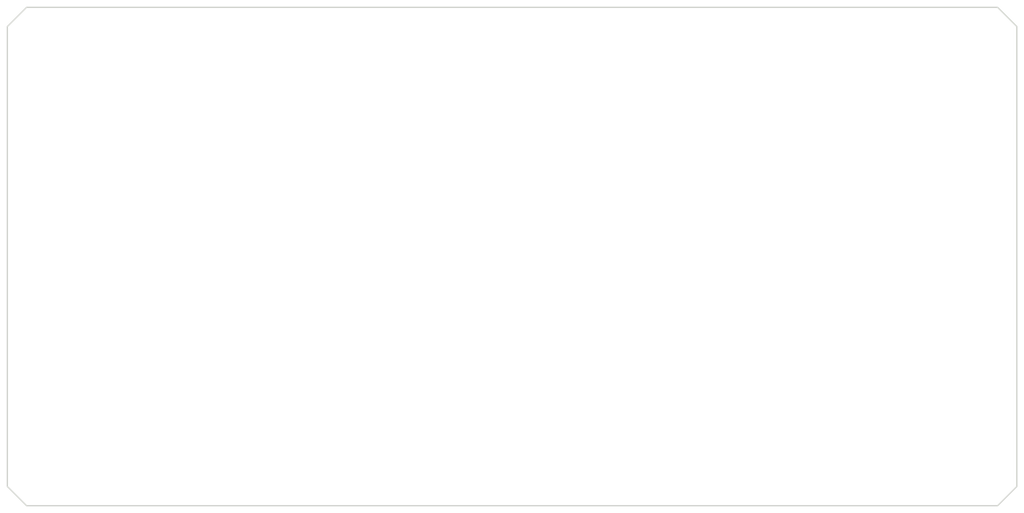
<source format=kicad_pcb>
(kicad_pcb (version 20211014) (generator pcbnew)

  (general
    (thickness 1.6062)
  )

  (paper "A4")
  (layers
    (0 "F.Cu" signal)
    (1 "In1.Cu" signal)
    (2 "In2.Cu" signal)
    (31 "B.Cu" signal)
    (32 "B.Adhes" user "B.Adhesive")
    (33 "F.Adhes" user "F.Adhesive")
    (34 "B.Paste" user)
    (35 "F.Paste" user)
    (36 "B.SilkS" user "B.Silkscreen")
    (37 "F.SilkS" user "F.Silkscreen")
    (38 "B.Mask" user)
    (39 "F.Mask" user)
    (40 "Dwgs.User" user "User.Drawings")
    (41 "Cmts.User" user "User.Comments")
    (42 "Eco1.User" user "User.Eco1")
    (43 "Eco2.User" user "User.Eco2")
    (44 "Edge.Cuts" user)
    (45 "Margin" user)
    (46 "B.CrtYd" user "B.Courtyard")
    (47 "F.CrtYd" user "F.Courtyard")
    (48 "B.Fab" user)
    (49 "F.Fab" user)
    (50 "User.1" user)
    (51 "User.2" user)
    (52 "User.3" user)
    (53 "User.4" user)
    (54 "User.5" user)
    (55 "User.6" user)
    (56 "User.7" user)
    (57 "User.8" user)
    (58 "User.9" user)
  )

  (setup
    (stackup
      (layer "F.SilkS" (type "Top Silk Screen") (color "White"))
      (layer "F.Paste" (type "Top Solder Paste"))
      (layer "F.Mask" (type "Top Solder Mask") (color "Black") (thickness 0.01))
      (layer "F.Cu" (type "copper") (thickness 0.035))
      (layer "dielectric 1" (type "prepreg") (thickness 0.2104) (material "FR4") (epsilon_r 4.5) (loss_tangent 0.02))
      (layer "In1.Cu" (type "copper") (thickness 0.0152))
      (layer "dielectric 2" (type "core") (thickness 1.065) (material "FR4") (epsilon_r 4.5) (loss_tangent 0.02))
      (layer "In2.Cu" (type "copper") (thickness 0.0152))
      (layer "dielectric 3" (type "prepreg") (thickness 0.2104) (material "FR4") (epsilon_r 4.5) (loss_tangent 0.02))
      (layer "B.Cu" (type "copper") (thickness 0.035))
      (layer "B.Mask" (type "Bottom Solder Mask") (color "Black") (thickness 0.01))
      (layer "B.Paste" (type "Bottom Solder Paste"))
      (layer "B.SilkS" (type "Bottom Silk Screen") (color "White"))
      (copper_finish "None")
      (dielectric_constraints no)
    )
    (pad_to_mask_clearance 0)
    (aux_axis_origin 126 81)
    (grid_origin 146 101)
    (pcbplotparams
      (layerselection 0x00010fc_ffffffff)
      (disableapertmacros false)
      (usegerberextensions false)
      (usegerberattributes true)
      (usegerberadvancedattributes true)
      (creategerberjobfile true)
      (svguseinch false)
      (svgprecision 6)
      (excludeedgelayer true)
      (plotframeref false)
      (viasonmask false)
      (mode 1)
      (useauxorigin false)
      (hpglpennumber 1)
      (hpglpenspeed 20)
      (hpglpendiameter 15.000000)
      (dxfpolygonmode true)
      (dxfimperialunits true)
      (dxfusepcbnewfont true)
      (psnegative false)
      (psa4output false)
      (plotreference true)
      (plotvalue true)
      (plotinvisibletext false)
      (sketchpadsonfab false)
      (subtractmaskfromsilk false)
      (outputformat 1)
      (mirror false)
      (drillshape 1)
      (scaleselection 1)
      (outputdirectory "")
    )
  )

  (net 0 "")

  (gr_poly
    (pts
      (xy 128 81.5)
      (xy 204 81.5)
      (xy 205.5 83)
      (xy 205.5 119)
      (xy 204 120.5)
      (xy 128 120.5)
      (xy 126.5 119)
      (xy 126.5 83)
    ) (layer "Edge.Cuts") (width 0.1) (fill none) (tstamp ae85af8d-0385-40e0-a15e-890a063431b3))
  (gr_circle (center 133.3 93.38) (end 133.3 92.11) (layer "User.1") (width 0.15) (fill none) (tstamp 002d9934-c8f6-4e33-bbc3-e9234f6189f4))
  (gr_circle (center 158.7 106.08) (end 158.7 104.81) (layer "User.1") (width 0.15) (fill none) (tstamp 023e83de-af62-4d05-a9a3-fa97a16d3291))
  (gr_circle (center 133.3 111.16) (end 133.3 109.89) (layer "User.1") (width 0.15) (fill none) (tstamp 028b0f3f-9b95-415f-9806-a2012f466759))
  (gr_circle (center 151.08 113.7) (end 152.35 113.7) (layer "User.1") (width 0.15) (fill none) (tstamp 04d8c0b9-fd28-4312-95c2-58e88c5ac9b0))
  (gr_circle (center 153.62 88.3) (end 154.89 88.3) (layer "User.1") (width 0.15) (fill none) (tstamp 076857b1-b885-4a0b-8db3-60dcff1d111c))
  (gr_rect (start 157.43 112.43) (end 159.97 89.57) (layer "User.1") (width 0.15) (fill none) (tstamp 07b1ed44-9a28-4334-8e8d-8bd4b53f5e8d))
  (gr_circle (center 193.62 88.3) (end 194.89 88.3) (layer "User.1") (width 0.15) (fill none) (tstamp 0873b673-9097-4506-813d-6ca3318e0e49))
  (gr_circle (center 146 88.3) (end 147.27 88.3) (layer "User.1") (width 0.15) (fill none) (tstamp 0a318eb1-a61a-42cf-b009-c5111886aae9))
  (gr_circle (center 158.7 98.46) (end 158.7 97.19) (layer "User.1") (width 0.15) (fill none) (tstamp 0f080dfc-c990-4358-9955-cc56dfa127d9))
  (gr_circle (center 158.7 108.62) (end 158.7 107.35) (layer "User.1") (width 0.15) (fill none) (tstamp 0fa87829-a054-48e5-9f01-293522c3a902))
  (gr_circle (center 198.7 108.62) (end 198.7 107.35) (layer "User.1") (width 0.15) (fill none) (tstamp 12e018d9-bf61-4922-b537-5dce006701d6))
  (gr_circle (center 146 113.7) (end 147.27 113.7) (layer "User.1") (width 0.15) (fill none) (tstamp 149e3321-4867-4c96-932a-aa4b94134f02))
  (gr_circle (center 173.3 106.08) (end 173.3 104.81) (layer "User.1") (width 0.15) (fill none) (tstamp 14bd52d6-d309-4c93-8a69-7bfa893c9fa4))
  (gr_circle (center 198.7 111.16) (end 198.7 109.89) (layer "User.1") (width 0.15) (fill none) (tstamp 189dd023-7623-4c5f-a5a7-0c32df952be6))
  (gr_circle (center 158.7 95.92) (end 158.7 94.65) (layer "User.1") (width 0.15) (fill none) (tstamp 1cce4635-2dc7-4081-841c-9950002cf8f4))
  (gr_circle (center 138.38 113.7) (end 139.65 113.7) (layer "User.1") (width 0.15) (fill none) (tstamp 2078dde6-d398-4942-9624-11a7540c015e))
  (gr_circle (center 158.7 111.16) (end 158.7 109.89) (layer "User.1") (width 0.15) (fill none) (tstamp 2876169e-b1c0-4fe0-9f2f-692cd4336b6b))
  (gr_circle (center 188.54 88.3) (end 189.81 88.3) (layer "User.1") (width 0.15) (fill none) (tstamp 28c33219-826f-4fd0-9590-41c461014511))
  (gr_circle (center 186 88.3) (end 187.27 88.3) (layer "User.1") (width 0.15) (fill none) (tstamp 2fe549bb-e336-4a99-90af-7f353278cd75))
  (gr_circle (center 183.46 88.3) (end 184.73 88.3) (layer "User.1") (width 0.15) (fill none) (tstamp 3deef85d-fad1-4f10-9e7f-5cfbae98b510))
  (gr_circle (center 135.84 88.3) (end 137.11 88.3) (layer "User.1") (width 0.15) (fill none) (tstamp 44fa9f65-2477-41eb-bd00-685a78d765d1))
  (gr_circle (center 173.3 98.46) (end 173.3 97.19) (layer "User.1") (width 0.15) (fill none) (tstamp 47116c51-9801-4cab-9da9-ac747247fb6d))
  (gr_circle (center 188.54 113.7) (end 189.81 113.7) (layer "User.1") (width 0.15) (fill none) (tstamp 47b3f2ba-7e52-41a0-909e-fa9af0f32383))
  (gr_circle (center 158.7 101) (end 158.7 99.73) (layer "User.1") (width 0.15) (fill none) (tstamp 4bbf8134-0015-49ac-9a22-521d8c5dcfe2))
  (gr_rect (start 174.57 87.03) (end 197.43 89.57) (layer "User.1") (width 0.15) (fill none) (tstamp 59468208-a8c6-49bb-b813-59e516079a92))
  (gr_circle (center 158.7 93.38) (end 158.7 92.11) (layer "User.1") (width 0.15) (fill none) (tstamp 5badb200-b537-4b1f-bcd7-e268c39a42cb))
  (gr_circle (center 191.08 88.3) (end 192.35 88.3) (layer "User.1") (width 0.15) (fill none) (tstamp 5cd3e572-1eeb-4d99-8828-5f85ee86778a))
  (gr_circle (center 198.7 103.54) (end 198.7 102.27) (layer "User.1") (width 0.15) (fill none) (tstamp 5e003c17-ddd0-4a84-bae4-115dbec842dd))
  (gr_circle (center 133.3 95.92) (end 133.3 94.65) (layer "User.1") (width 0.15) (fill none) (tstamp 5ece3abc-14df-4e17-aea3-74d7874b2172))
  (gr_circle (center 173.3 111.16) (end 173.3 109.89) (layer "User.1") (width 0.15) (fill none) (tstamp 61c0299f-496b-40f6-bb2e-f17cb3e660a6))
  (gr_circle (center 173.3 90.84) (end 173.3 89.57) (layer "User.1") (width 0.15) (fill none) (tstamp 67529e39-5a12-4e4d-a26f-6caef6e3d224))
  (gr_circle (center 148.54 113.7) (end 149.81 113.7) (layer "User.1") (width 0.15) (fill none) (tstamp 68da07ad-f184-46b8-81b5-0ab2e762cfa2))
  (gr_rect (start 172.03 112.43) (end 174.57 89.57) (layer "User.1") (width 0.15) (fill none) (tstamp 6a596e6a-3010-4e40-ac7c-b86783cab220))
  (gr_circle (center 140.92 88.3) (end 142.19 88.3) (layer "User.1") (width 0.15) (fill none) (tstamp 6affb22c-39ed-426b-b47f-6b5673049261))
  (gr_circle (center 133.3 106.08) (end 133.3 104.81) (layer "User.1") (width 0.15) (fill none) (tstamp 6cbe0dbf-de1b-4f78-a3bd-0e61028b2bd0))
  (gr_circle (center 133.3 103.54) (end 133.3 102.27) (layer "User.1") (width 0.15) (fill none) (tstamp 7535a7f5-e263-48a8-9037-6f2fa1d8af9c))
  (gr_circle (center 158.7 90.84) (end 158.7 89.57) (layer "User.1") (width 0.15) (fill none) (tstamp 7935eebc-b9ea-4d3b-8779-d785a97d723c))
  (gr_circle (center 175.84 113.7) (end 177.11 113.7) (layer "User.1") (width 0.15) (fill none) (tstamp 79b6caba-8a35-48dd-9a5c-ba2da95d0548))
  (gr_circle (center 173.3 103.54) (end 173.3 102.27) (layer "User.1") (width 0.15) (fill none) (tstamp 7a3606ba-1923-457e-9c03-bf8496c6cae2))
  (gr_rect (start 134.57 87.03) (end 157.43 89.57) (layer "User.1") (width 0.15) (fill none) (tstamp 7cb26442-f4ad-44e3-9b68-d4cce9e4f608))
  (gr_circle (center 180.92 88.3) (end 182.19 88.3) (layer "User.1") (width 0.15) (fill none) (tstamp 7fbc182b-8fb1-403c-bcae-f8241d9794bc))
  (gr_circle (center 196.16 113.7) (end 197.43 113.7) (layer "User.1") (width 0.15) (fill none) (tstamp 802c0dfc-f3fc-43cd-9058-5961cd2c1d81))
  (gr_circle (center 183.46 113.7) (end 184.73 113.7) (layer "User.1") (width 0.15) (fill none) (tstamp 84e55b9b-4af5-4ccf-a2e4-9b42fb387324))
  (gr_circle (center 156.16 113.7) (end 157.43 113.7) (layer "User.1") (width 0.15) (fill none) (tstamp 9be582bc-40ea-4803-bfa0-585998db1641))
  (gr_circle (center 156.16 88.3) (end 157.43 88.3) (layer "User.1") (width 0.15) (fill none) (tstamp 9e8812a0-35e6-4a8e-8963-f33111361433))
  (gr_circle (center 178.38 88.3) (end 179.65 88.3) (layer "User.1") (width 0.15) (fill none) (tstamp a061e8e2-eb5d-46dc-a23f-f672eafd5cd1))
  (gr_circle (center 175.84 88.3) (end 177.11 88.3) (layer "User.1") (width 0.15) (fill none) (tstamp a1c9adc6-d71d-4f68-a4bf-54d2cf1fa191))
  (gr_circle (center 193.62 113.7) (end 194.89 113.7) (layer "User.1") (width 0.15) (fill none) (tstamp a5636ac6-7fb6-4d6d-87ad-69ed9a9c0cdc))
  (gr_circle (center 178.38 113.7) (end 179.65 113.7) (layer "User.1") (width 0.15) (fill none) (tstamp a5d9562d-2855-4df2-85ce-a6c70ea08f7b))
  (gr_circle (center 173.3 108.62) (end 173.3 107.35) (layer "User.1") (width 0.15) (fill none) (tstamp a74125fb-a09b-4553-883a-78266b2716c0))
  (gr_circle (center 158.7 103.54) (end 158.7 102.27) (layer "User.1") (width 0.15) (fill none) (tstamp a873b4ec-14ed-4f61-bb24-0bdc2f47ccc2))
  (gr_rect (start 174.57 112.43) (end 197.43 114.97) (layer "User.1") (width 0.15) (fill none) (tstamp b329685d-d519-41c0-9aa7-5f33635e6336))
  (gr_circle (center 191.08 113.7) (end 192.35 113.7) (layer "User.1") (width 0.15) (fill none) (tstamp b5d062f2-25bf-42d3-a7dc-35d1daa3703b))
  (gr_circle (center 186 113.7) (end 187.27 113.7) (layer "User.1") (width 0.15) (fill none) (tstamp bb1f5e92-e85e-477d-9984-1c20fdd2a025))
  (gr_circle (center 133.3 98.46) (end 133.3 97.19) (layer "User.1") (width 0.15) (fill none) (tstamp bd0209be-e7ea-42a5-96b3-d808e4806df1))
  (gr_circle (center 198.7 90.84) (end 198.7 89.57) (layer "User.1") (width 0.15) (fill none) (tstamp be170511-a6a2-45e3-ab62-48c773153fab))
  (gr_rect (start 132.03 112.43) (end 134.57 89.57) (layer "User.1") (width 0.15) (fill none) (tstamp c24d159b-5367-47b4-8355-4e8aa4aff730))
  (gr_circle (center 133.3 101) (end 133.3 99.73) (layer "User.1") (width 0.15) (fill none) (tstamp c8472d16-18c1-4c53-a380-ba42c968dc4f))
  (gr_circle (center 173.3 93.38) (end 173.3 92.11) (layer "User.1") (width 0.15) (fill none) (tstamp cc120185-20e5-4998-9e9e-31f75f3339f8))
  (gr_circle (center 140.92 113.7) (end 142.19 113.7) (layer "User.1") (width 0.15) (fill none) (tstamp cd7e8386-9233-4658-8804-b9f559c92d3a))
  (gr_rect (start 134.57 112.43) (end 157.43 114.97) (layer "User.1") (width 0.15) (fill none) (tstamp cfdd9c0d-cd37-439a-909d-b8a2edd51242))
  (gr_circle (center 133.3 108.62) (end 133.3 107.35) (layer "User.1") (width 0.15) (fill none) (tstamp d05f3ed3-02e5-403a-b38e-46d4cc9c20c5))
  (gr_circle (center 196.16 88.3) (end 197.43 88.3) (layer "User.1") (width 0.15) (fill none) (tstamp d20a6bed-f6c3-4c1b-8ef6-452ebd5d0a17))
  (gr_circle (center 180.92 113.7) (end 182.19 113.7) (layer "User.1") (width 0.15) (fill none) (tstamp d9550584-01f3-412c-8fbd-bfd3f243276e))
  (gr_circle (center 151.08 88.3) (end 152.35 88.3) (layer "User.1") (width 0.15) (fill none) (tstamp d9a6595b-93c6-4120-9036-60ddaba5e740))
  (gr_circle (center 143.46 113.7) (end 144.73 113.7) (layer "User.1") (width 0.15) (fill none) (tstamp da0b77f4-2fe0-45a0-972c-c860bad039b8))
  (gr_rect (start 197.43 112.43) (end 199.97 89.57) (layer "User.1") (width 0.15) (fill none) (tstamp dfadb04f-1e3e-48fd-b285-a82166be0353))
  (gr_circle (center 173.3 101) (end 173.3 99.73) (layer "User.1") (width 0.15) (fill none) (tstamp e370fb16-078c-407d-a2d3-a0bf51485ca0))
  (gr_circle (center 133.3 90.84) (end 133.3 89.57) (layer "User.1") (width 0.15) (fill none) (tstamp e415ddc3-c0dc-4555-9b92-4db24d3eff2a))
  (gr_circle (center 143.46 88.3) (end 144.73 88.3) (layer "User.1") (width 0.15) (fill none) (tstamp e88a8610-76d0-4116-8deb-41226f89eed9))
  (gr_circle (center 198.7 106.08) (end 198.7 104.81) (layer "User.1") (width 0.15) (fill none) (tstamp e89f584b-1111-4186-ae21-d60ff5726edf))
  (gr_circle (center 173.3 95.92) (end 173.3 94.65) (layer "User.1") (width 0.15) (fill none) (tstamp e8e3abc9-0bc4-499c-92bf-65f4dfd6ce55))
  (gr_circle (center 198.7 95.92) (end 198.7 94.65) (layer "User.1") (width 0.15) (fill none) (tstamp e970044b-c972-4764-8090-4efb1fa02fad))
  (gr_circle (center 138.38 88.3) (end 139.65 88.3) (layer "User.1") (width 0.15) (fill none) (tstamp ea411cba-c717-419a-b472-28a0a978c8f5))
  (gr_circle (center 198.7 98.46) (end 198.7 97.19) (layer "User.1") (width 0.15) (fill none) (tstamp ea86c840-7a7c-4c0b-8fbb-d0ac6c5a5a22))
  (gr_circle (center 148.54 88.3) (end 149.81 88.3) (layer "User.1") (width 0.15) (fill none) (tstamp ee2f96be-c55e-4f5c-bf83-f64f42267ff8))
  (gr_circle (center 198.7 101) (end 198.7 99.73) (layer "User.1") (width 0.15) (fill none) (tstamp f1494f36-1384-4407-b992-55792b1d7b82))
  (gr_circle (center 135.84 113.7) (end 137.11 113.7) (layer "User.1") (width 0.15) (fill none) (tstamp f26cffa6-7cc2-4003-abc4-95d98abc5125))
  (gr_circle (center 198.7 93.38) (end 198.7 92.11) (layer "User.1") (width 0.15) (fill none) (tstamp f739958e-cd02-4af0-9264-b38b7eee6f3b))
  (gr_circle (center 153.62 113.7) (end 154.89 113.7) (layer "User.1") (width 0.15) (fill none) (tstamp f8065909-de93-43f0-8e29-9be17bb14eaf))
  (gr_rect (start 126 81) (end 166 121) (layer "User.8") (width 0.15) (fill none) (tstamp 1c83bd42-0034-452f-984c-359e4b56b0ac))
  (gr_rect (start 166 81) (end 206 121) (layer "User.8") (width 0.15) (fill none) (tstamp c317bd55-effe-4526-8bb5-b15eee11e102))
  (gr_text "SCL" (at 148.54 85.061428 270) (layer "User.1") (tstamp 00d84f7f-e019-43ee-a6f7-42af0584c70b)
    (effects (font (size 1.5 1) (thickness 0.2)))
  )
  (gr_text "SCLK" (at 193.62 117.867143 90) (layer "User.1") (tstamp 023581d9-51c7-46ed-a7df-64b192573448)
    (effects (font (size 1.5 1) (thickness 0.2)))
  )
  (gr_text "SDA" (at 186 117.390952 90) (layer "User.1") (tstamp 037358e1-ebe3-49bb-917e-dedba94aa0f9)
    (effects (font (size 1.5 1) (thickness 0.2)))
  )
  (gr_text "SCLK" (at 168.894762 108.62) (layer "User.1") (tstamp 0d43635d-8652-49ce-9887-dd20feaebc3e)
    (effects (font (size 1.5 1) (thickness 0.2)))
  )
  (gr_text "SCL" (at 129.394762 98.46) (layer "User.1") (tstamp 12290910-e1c4-4f12-a089-9b99be24c1fc)
    (effects (font (size 1.5 1) (thickness 0.2)))
  )
  (gr_text "MISO" (at 151.08 117.795714 90) (layer "User.1") (tstamp 14eb863b-9320-40b7-bcfb-2820753e6985)
    (effects (font (size 1.5 1) (thickness 0.2)))
  )
  (gr_text "GPIO" (at 140.92 117.748095 90) (layer "User.1") (tstamp 17d5c74d-93f8-4091-b7ac-e6caff4897b2)
    (effects (font (size 1.5 1) (thickness 0.2)))
  )
  (gr_text "Vcc" (at 175.84 117.271905 90) (layer "User.1") (tstamp 17e518d0-d4aa-4814-9afd-04c9a56f1e8a)
    (effects (font (size 1.5 1) (thickness 0.2)))
  )
  (gr_text "SDA" (at 146 85.037619 270) (layer "User.1") (tstamp 1e5a9261-1a2d-468e-87ac-6aadc251e151)
    (effects (font (size 1.5 1) (thickness 0.2)))
  )
  (gr_text "Vcc" (at 162.131905 111.16) (layer "User.1") (tstamp 1e8f8ce2-b17c-4b64-8fa7-6f1492c0551e)
    (effects (font (size 1.5 1) (thickness 0.2)))
  )
  (gr_text "SCL" (at 183.46 117.367143 90) (layer "User.1") (tstamp 1fe9bf20-cf98-44bd-96cd-f69e63b7522d)
    (effects (font (size 1.5 1) (thickness 0.2)))
  )
  (gr_text "SDA" (at 129.370953 101) (layer "User.1") (tstamp 23b8c23a-2853-40c3-a53a-30fd914fa018)
    (effects (font (size 1.5 1) (thickness 0.2)))
  )
  (gr_text "MISO" (at 128.966191 106.08) (layer "User.1") (tstamp 24485594-06f1-4f4f-813a-edf2c9ea9d9c)
    (effects (font (size 1.5 1) (thickness 0.2)))
  )
  (gr_text "SDA" (at 162.250953 101) (layer "User.1") (tstamp 2bfbe799-3f9f-4879-91b2-b68af38a849c)
    (effects (font (size 1.5 1) (thickness 0.2)))
  )
  (gr_text "Vcc" (at 169.49 90.84) (layer "User.1") (tstamp 2c9ef2f3-71c2-4dd5-a6bb-87edd7e29840)
    (effects (font (size 1.5 1) (thickness 0.2)))
  )
  (gr_text "GND" (at 202.37 108.62) (layer "User.1") (tstamp 32e895a5-7135-4ee4-abe1-aba9160e05ef)
    (effects (font (size 1.5 1) (thickness 0.2)))
  )
  (gr_text "SCL" (at 169.394762 98.46) (layer "User.1") (tstamp 374c9924-c1c5-4d40-aa25-3bfbc3ac0b32)
    (effects (font (size 1.5 1) (thickness 0.2)))
  )
  (gr_text "GND" (at 153.62 84.918571 270) (layer "User.1") (tstamp 398c083a-543b-4a7e-af36-8162e3176b7a)
    (effects (font (size 1.5 1) (thickness 0.2)))
  )
  (gr_text "MOSI" (at 202.655715 98.46) (layer "User.1") (tstamp 39bff96d-f57d-40d7-98f7-2830945771e5)
    (effects (font (size 1.5 1) (thickness 0.2)))
  )
  (gr_text "SCL" (at 188.54 85.061428 270) (layer "User.1") (tstamp 4219f946-aefe-4b62-a771-b6fbf26fc2d4)
    (effects (font (size 1.5 1) (thickness 0.2)))
  )
  (gr_text "GND" (at 193.62 84.918571 270) (layer "User.1") (tstamp 449b0ae7-c909-4bbf-bf5e-7aa4bcf65465)
    (effects (font (size 1.5 1) (thickness 0.2)))
  )
  (gr_text "MISO" (at 168.966191 106.08) (layer "User.1") (tstamp 4d353018-b77d-4fb1-a7c4-980c7a25605b)
    (effects (font (size 1.5 1) (thickness 0.2)))
  )
  (gr_text "MOSI" (at 143.46 84.632857 270) (layer "User.1") (tstamp 534a6fd7-2291-45d2-aedb-05a2b291fa9e)
    (effects (font (size 1.5 1) (thickness 0.2)))
  )
  (gr_text "GND" (at 202.37 90.84) (layer "User.1") (tstamp 5bb678cb-e445-49ad-a572-3044ac46600a)
    (effects (font (size 1.5 1) (thickness 0.2)))
  )
  (gr_text "GND" (at 156.16 117.51 90) (layer "User.1") (tstamp 5f9e0c87-7085-4be2-b4d2-fe0c138ddc54)
    (effects (font (size 1.5 1) (thickness 0.2)))
  )
  (gr_text "Vcc" (at 129.49 90.84) (layer "User.1") (tstamp 633aafcb-e7f5-4f49-b90e-2af365a07e52)
    (effects (font (size 1.5 1) (thickness 0.2)))
  )
  (gr_text "GND" (at 162.37 108.62) (layer "User.1") (tstamp 64fc2e66-2059-4563-a207-07d8616ff941)
    (effects (font (size 1.5 1) (thickness 0.2)))
  )
  (gr_text "SDA" (at 186 85.037619 270) (layer "User.1") (tstamp 653ba4a9-5091-45e6-a78a-83728900ec86)
    (effects (font (size 1.5 1) (thickness 0.2)))
  )
  (gr_text "SCLK" (at 162.727143 93.38) (layer "User.1") (tstamp 69bf5cfc-e633-4146-96ae-dfa77f9d20a4)
    (effects (font (size 1.5 1) (thickness 0.2)))
  )
  (gr_text "Vcc" (at 135.84 117.271905 90) (layer "User.1") (tstamp 6c608c13-3af0-4f88-b421-9eb1b57171f0)
    (effects (font (size 1.5 1) (thickness 0.2)))
  )
  (gr_text "GND" (at 178.38 117.51 90) (layer "User.1") (tstamp 6ffc724f-0782-41c5-823f-91cd80a2f323)
    (effects (font (size 1.5 1) (thickness 0.2)))
  )
  (gr_text "MISO" (at 180.92 84.632857 270) (layer "User.1") (tstamp 72c26104-2a78-4643-8199-3d21dd3ab1d8)
    (effects (font (size 1.5 1) (thickness 0.2)))
  )
  (gr_text "MOSI" (at 162.655715 98.46) (layer "User.1") (tstamp 7647c44c-c873-41f1-8d0e-0d9f1c0ad5e7)
    (effects (font (size 1.5 1) (thickness 0.2)))
  )
  (gr_text "GPIO" (at 151.08 84.680476 270) (layer "User.1") (tstamp 81b27742-cf6e-4d80-bc89-6e63b90fc87e)
    (effects (font (size 1.5 1) (thickness 0.2)))
  )
  (gr_text "GPIO" (at 129.01381 95.92) (layer "User.1") (tstamp 8797612e-14ed-44eb-a090-2a8aad427753)
    (effects (font (size 1.5 1) (thickness 0.2)))
  )
  (gr_text "MISO" (at 191.08 117.795714 90) (layer "User.1") (tstamp 8ee1fd80-1d2d-4cf8-ba6d-e0aedeab93af)
    (effects (font (size 1.5 1) (thickness 0.2)))
  )
  (gr_text "Vcc" (at 202.131905 111.16) (layer "User.1") (tstamp 91677192-ade7-4ec9-83bf-acfe3414bf26)
    (effects (font (size 1.5 1) (thickness 0.2)))
  )
  (gr_text "GND" (at 175.84 84.918571 270) (layer "User.1") (tstamp 9d24da44-83bf-4c4b-a316-8c8cca7c0c38)
    (effects (font (size 1.5 1) (thickness 0.2)))
  )
  (gr_text "SCLK" (at 138.38 84.561428 270) (layer "User.1") (tstamp 9e192c3c-4868-46fd-95df-fe3024dab556)
    (effects (font (size 1.5 1) (thickness 0.2)))
  )
  (gr_text "GND" (at 135.84 84.918571 270) (layer "User.1") (tstamp a4e40831-f196-49bf-9cc1-2543da57796f)
    (effects (font (size 1.5 1) (thickness 0.2)))
  )
  (gr_text "GND" (at 162.37 90.84) (layer "User.1") (tstamp a81f4c46-d378-4466-83b6-4344c989b8aa)
    (effects (font (size 1.5 1) (thickness 0.2)))
  )
  (gr_text "GPIO" (at 202.608096 106.08) (layer "User.1") (tstamp a975b89c-7c8f-4ede-962d-25b29dec0a3d)
    (effects (font (size 1.5 1) (thickness 0.2)))
  )
  (gr_text "GND" (at 129.251905 111.16) (layer "User.1") (tstamp aa344668-cce5-43ad-a8ee-d46a709d4349)
    (effects (font (size 1.5 1) (thickness 0.2)))
  )
  (gr_text "MOSI" (at 183.46 84.632857 270) (layer "User.1") (tstamp b07fa8cf-aaee-4b32-922b-589fe4195be2)
    (effects (font (size 1.5 1) (thickness 0.2)))
  )
  (gr_text "MISO" (at 162.655715 95.92) (layer "User.1") (tstamp b116ab13-f13d-44e5-bfff-a98e71fb3005)
    (effects (font (size 1.5 1) (thickness 0.2)))
  )
  (gr_text "SCLK" (at 128.894762 108.62) (layer "User.1") (tstamp b3781123-3187-48a3-85dc-d86e4def0d6a)
    (effects (font (size 1.5 1) (thickness 0.2)))
  )
  (gr_text "SCL" (at 202.227143 103.54) (layer "User.1") (tstamp b9a79cf5-1d1e-493f-b16c-8bea4f193787)
    (effects (font (size 1.5 1) (thickness 0.2)))
  )
  (gr_text "SCL" (at 143.46 117.367143 90) (layer "User.1") (tstamp ba7e4c01-b49f-4f75-81b0-e07a7dcbc254)
    (effects (font (size 1.5 1) (thickness 0.2)))
  )
  (gr_text "MOSI" (at 168.966191 103.54) (layer "User.1") (tstamp bc89db98-6c17-4ef9-a944-83f2cda0c9af)
    (effects (font (size 1.5 1) (thickness 0.2)))
  )
  (gr_text "SCL" (at 162.227143 103.54) (layer "User.1") (tstamp be26a336-afa5-4bd0-a09c-4d49fd861063)
    (effects (font (size 1.5 1) (thickness 0.2)))
  )
  (gr_text "Vcc" (at 156.16 85.156666 270) (layer "User.1") (tstamp beb14b88-6059-4458-8fae-c6f945561b2e)
    (effects (font (size 1.5 1) (thickness 0.2)))
  )
  (gr_text "GND" (at 169.251905 93.38) (layer "User.1") (tstamp c3b57da4-df7d-42b9-be60-21a4cd3c5ff6)
    (effects (font (size 1.5 1) (thickness 0.2)))
  )
  (gr_text "GND" (at 196.16 117.51 90) (layer "User.1") (tstamp c7f53435-c171-4227-a600-0e1506520aaa)
    (effects (font (size 1.5 1) (thickness 0.2)))
  )
  (gr_text "MOSI" (at 128.966191 103.54) (layer "User.1") (tstamp d190d7a3-7bf5-42db-8c6f-15b2790a1189)
    (effects (font (size 1.5 1) (thickness 0.2)))
  )
  (gr_text "SDA" (at 169.370953 101) (layer "User.1") (tstamp d561487b-59c4-4d91-9166-87dc571a9f47)
    (effects (font (size 1.5 1) (thickness 0.2)))
  )
  (gr_text "GPIO" (at 162.608096 106.08) (layer "User.1") (tstamp d65786d8-a5ff-437f-a9de-ccf21d718cdd)
    (effects (font (size 1.5 1) (thickness 0.2)))
  )
  (gr_text "GPIO" (at 180.92 117.748095 90) (layer "User.1") (tstamp d818346b-4435-48ee-bdd8-57b8bbb7786d)
    (effects (font (size 1.5 1) (thickness 0.2)))
  )
  (gr_text "Vcc" (at 196.16 85.156666 270) (layer "User.1") (tstamp d8951e10-f044-4a4f-834b-7b6b29d854c6)
    (effects (font (size 1.5 1) (thickness 0.2)))
  )
  (gr_text "MOSI" (at 188.54 117.795714 90) (layer "User.1") (tstamp d9411217-abde-4655-87fb-9b335133fb41)
    (effects (font (size 1.5 1) (thickness 0.2)))
  )
  (gr_text "MISO" (at 140.92 84.632857 270) (layer "User.1") (tstamp dcd94cb2-89ab-4b48-ac77-4ae3c4ab9610)
    (effects (font (size 1.5 1) (thickness 0.2)))
  )
  (gr_text "SCLK" (at 202.727143 93.38) (layer "User.1") (tstamp de18bcf2-c492-4512-bc3a-b5542abd268c)
    (effects (font (size 1.5 1) (thickness 0.2)))
  )
  (gr_text "GPIO" (at 169.01381 95.92) (layer "User.1") (tstamp df82c174-696d-4f32-b8fe-b13e34615b7f)
    (effects (font (size 1.5 1) (thickness 0.2)))
  )
  (gr_text "SCLK" (at 178.38 84.561428 270) (layer "User.1") (tstamp eb1ab3a0-6836-4d0d-88e6-b2175d4d1e0d)
    (effects (font (size 1.5 1) (thickness 0.2)))
  )
  (gr_text "SDA" (at 146 117.390952 90) (layer "User.1") (tstamp ec882588-38e9-4b96-ba2f-e00a762357f3)
    (effects (font (size 1.5 1) (thickness 0.2)))
  )
  (gr_text "GPIO" (at 191.08 84.680476 270) (layer "User.1") (tstamp ee56a749-ea9d-4b85-9048-7994ab27ba09)
    (effects (font (size 1.5 1) (thickness 0.2)))
  )
  (gr_text "GND" (at 169.251905 111.16) (layer "User.1") (tstamp ef33661d-2f82-424a-9125-c9ff32a63f7b)
    (effects (font (size 1.5 1) (thickness 0.2)))
  )
  (gr_text "MOSI" (at 148.54 117.795714 90) (layer "User.1") (tstamp f254e24e-739a-4b0e-ba6a-40bb5c8df93f)
    (effects (font (size 1.5 1) (thickness 0.2)))
  )
  (gr_text "GND" (at 129.251905 93.38) (layer "User.1") (tstamp f44cc862-d425-4144-8846-d84278a3c917)
    (effects (font (size 1.5 1) (thickness 0.2)))
  )
  (gr_text "SDA" (at 202.250953 101) (layer "User.1") (tstamp f80bdc71-979f-46e6-9ef0-b33811ef3773)
    (effects (font (size 1.5 1) (thickness 0.2)))
  )
  (gr_text "MISO" (at 202.655715 95.92) (layer "User.1") (tstamp f92973c6-fc06-4db9-b87d-b6bf53920047)
    (effects (font (size 1.5 1) (thickness 0.2)))
  )
  (gr_text "SCLK" (at 153.62 117.867143 90) (layer "User.1") (tstamp fd6f4b2d-5eea-4884-90d8-74a86766ae4e)
    (effects (font (size 1.5 1) (thickness 0.2)))
  )
  (gr_text "GND" (at 138.38 117.51 90) (layer "User.1") (tstamp fef37495-1c7d-474c-ba11-d084926782f2)
    (effects (font (size 1.5 1) (thickness 0.2)))
  )

  (group "" (id 08801def-bd7e-4125-9716-072ff8641cdc)
    (members
      14bd52d6-d309-4c93-8a69-7bfa893c9fa4
      47116c51-9801-4cab-9da9-ac747247fb6d
      61c0299f-496b-40f6-bb2e-f17cb3e660a6
      67529e39-5a12-4e4d-a26f-6caef6e3d224
      6a596e6a-3010-4e40-ac7c-b86783cab220
      7a3606ba-1923-457e-9c03-bf8496c6cae2
      a74125fb-a09b-4553-883a-78266b2716c0
      cc120185-20e5-4998-9e9e-31f75f3339f8
      e370fb16-078c-407d-a2d3-a0bf51485ca0
      e8e3abc9-0bc4-499c-92bf-65f4dfd6ce55
    )
  )
  (group "" (id 08d6152b-d27b-454b-96a6-cd83d5d4355e)
    (members
      04d8c0b9-fd28-4312-95c2-58e88c5ac9b0
      149e3321-4867-4c96-932a-aa4b94134f02
      2078dde6-d398-4942-9624-11a7540c015e
      68da07ad-f184-46b8-81b5-0ab2e762cfa2
      9be582bc-40ea-4803-bfa0-585998db1641
      cd7e8386-9233-4658-8804-b9f559c92d3a
      cfdd9c0d-cd37-439a-909d-b8a2edd51242
      da0b77f4-2fe0-45a0-972c-c860bad039b8
      f26cffa6-7cc2-4003-abc4-95d98abc5125
      f8065909-de93-43f0-8e29-9be17bb14eaf
    )
  )
  (group "" (id 11ceb65f-66a9-4f5b-bad6-f9e625811606)
    (members
      076857b1-b885-4a0b-8db3-60dcff1d111c
      0a318eb1-a61a-42cf-b009-c5111886aae9
      44fa9f65-2477-41eb-bd00-685a78d765d1
      6affb22c-39ed-426b-b47f-6b5673049261
      7cb26442-f4ad-44e3-9b68-d4cce9e4f608
      9e8812a0-35e6-4a8e-8963-f33111361433
      d9a6595b-93c6-4120-9036-60ddaba5e740
      e88a8610-76d0-4116-8deb-41226f89eed9
      ea411cba-c717-419a-b472-28a0a978c8f5
      ee2f96be-c55e-4f5c-bf83-f64f42267ff8
    )
  )
  (group "" (id 55029ae9-ef2f-419b-bf00-1de7ffef98d5)
    (members
      12e018d9-bf61-4922-b537-5dce006701d6
      189dd023-7623-4c5f-a5a7-0c32df952be6
      5e003c17-ddd0-4a84-bae4-115dbec842dd
      be170511-a6a2-45e3-ab62-48c773153fab
      dfadb04f-1e3e-48fd-b285-a82166be0353
      e89f584b-1111-4186-ae21-d60ff5726edf
      e970044b-c972-4764-8090-4efb1fa02fad
      ea86c840-7a7c-4c0b-8fbb-d0ac6c5a5a22
      f1494f36-1384-4407-b992-55792b1d7b82
      f739958e-cd02-4af0-9264-b38b7eee6f3b
    )
  )
  (group "" (id 732a6ef0-8018-4a4b-bc72-992876021f58)
    (members
      0873b673-9097-4506-813d-6ca3318e0e49
      28c33219-826f-4fd0-9590-41c461014511
      2fe549bb-e336-4a99-90af-7f353278cd75
      3deef85d-fad1-4f10-9e7f-5cfbae98b510
      59468208-a8c6-49bb-b813-59e516079a92
      5cd3e572-1eeb-4d99-8828-5f85ee86778a
      7fbc182b-8fb1-403c-bcae-f8241d9794bc
      a061e8e2-eb5d-46dc-a23f-f672eafd5cd1
      a1c9adc6-d71d-4f68-a4bf-54d2cf1fa191
      d20a6bed-f6c3-4c1b-8ef6-452ebd5d0a17
    )
  )
  (group "" (id 77c1d2cc-3392-4a07-9674-5dd3fba87463)
    (members
      023e83de-af62-4d05-a9a3-fa97a16d3291
      07b1ed44-9a28-4334-8e8d-8bd4b53f5e8d
      0f080dfc-c990-4358-9955-cc56dfa127d9
      0fa87829-a054-48e5-9f01-293522c3a902
      1cce4635-2dc7-4081-841c-9950002cf8f4
      2876169e-b1c0-4fe0-9f2f-692cd4336b6b
      4bbf8134-0015-49ac-9a22-521d8c5dcfe2
      5badb200-b537-4b1f-bcd7-e268c39a42cb
      7935eebc-b9ea-4d3b-8779-d785a97d723c
      a873b4ec-14ed-4f61-bb24-0bdc2f47ccc2
    )
  )
  (group "" (id 85a24844-948b-4d09-ace6-99abe64bd93c)
    (members
      002d9934-c8f6-4e33-bbc3-e9234f6189f4
      028b0f3f-9b95-415f-9806-a2012f466759
      5ece3abc-14df-4e17-aea3-74d7874b2172
      6cbe0dbf-de1b-4f78-a3bd-0e61028b2bd0
      7535a7f5-e263-48a8-9037-6f2fa1d8af9c
      bd0209be-e7ea-42a5-96b3-d808e4806df1
      c24d159b-5367-47b4-8355-4e8aa4aff730
      c8472d16-18c1-4c53-a380-ba42c968dc4f
      d05f3ed3-02e5-403a-b38e-46d4cc9c20c5
      e415ddc3-c0dc-4555-9b92-4db24d3eff2a
    )
  )
  (group "" (id a3f5ee48-7377-4671-bc72-8bf4bfbd602b)
    (members
      47b3f2ba-7e52-41a0-909e-fa9af0f32383
      79b6caba-8a35-48dd-9a5c-ba2da95d0548
      802c0dfc-f3fc-43cd-9058-5961cd2c1d81
      84e55b9b-4af5-4ccf-a2e4-9b42fb387324
      a5636ac6-7fb6-4d6d-87ad-69ed9a9c0cdc
      a5d9562d-2855-4df2-85ce-a6c70ea08f7b
      b329685d-d519-41c0-9aa7-5f33635e6336
      b5d062f2-25bf-42d3-a7dc-35d1daa3703b
      bb1f5e92-e85e-477d-9984-1c20fdd2a025
      d9550584-01f3-412c-8fbd-bfd3f243276e
    )
  )
)

</source>
